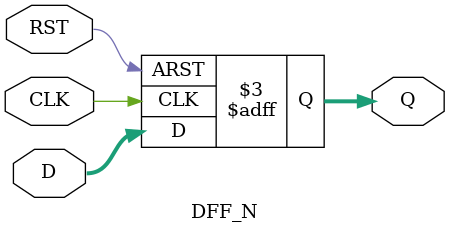
<source format=v>
/*
	N-bit D-FF posedge clk, negedge rst
*/

module DFF_N #(parameter WIDTH = 8) (CLK, RST, D, Q);

	input CLK, RST;
	input [WIDTH-1:0] D;
	output reg [WIDTH-1:0] Q;
		
	always @ (posedge CLK, negedge RST) begin
		if (~RST) begin
			Q <= 0;
		end else begin
			Q <= D;
		end			
	end
	
endmodule
</source>
